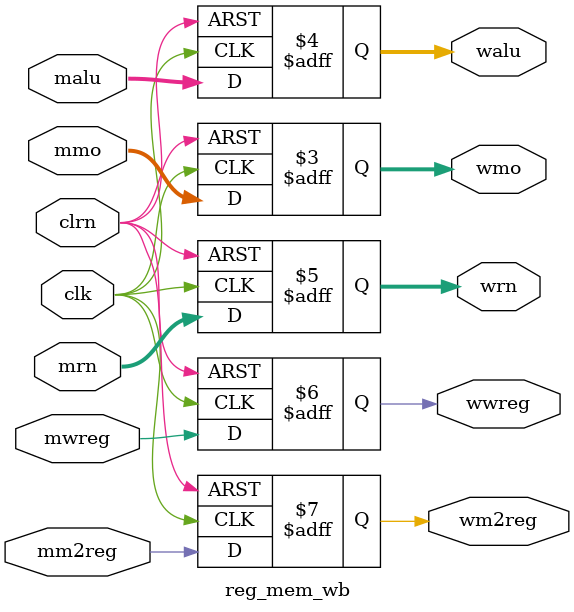
<source format=v>
module reg_mem_wb(mwreg,mm2reg,
						malu,mmo,mrn,
						clk,clrn,
						wwreg,wm2reg,
						walu,wmo,wrn);
	input[31:0] mmo,malu;
	input[4:0] mrn;
	input mwreg,mm2reg,clk,clrn;
	
	output reg[31:0] wmo,walu;
	output reg[4:0] wrn;
	output reg wwreg,wm2reg;
	
	always@(negedge clrn or posedge clk)
	if(clrn == 0)begin
		wwreg <= 0;
		wm2reg <= 0;
		wmo <= 0;
		walu <= 0;
		wrn <= 0;
	end
	else begin
		wwreg <= mwreg;
		wm2reg <= mm2reg;
		wmo <= mmo;
		walu <= malu;
		wrn <= mrn;
	end
endmodule
</source>
